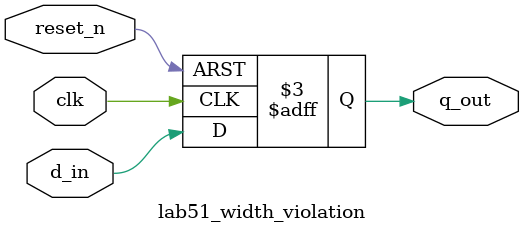
<source format=v>
`timescale 1ns / 1ps


module lab51_width_violation(
                          input d_in,
                          input clk, reset_n,
                          output reg q_out
                         
    );
     
    always @(posedge clk or negedge reset_n)
    begin
        if(!reset_n)
            q_out <= 1'b0;
        else
            q_out <= d_in;
    end
endmodule

</source>
